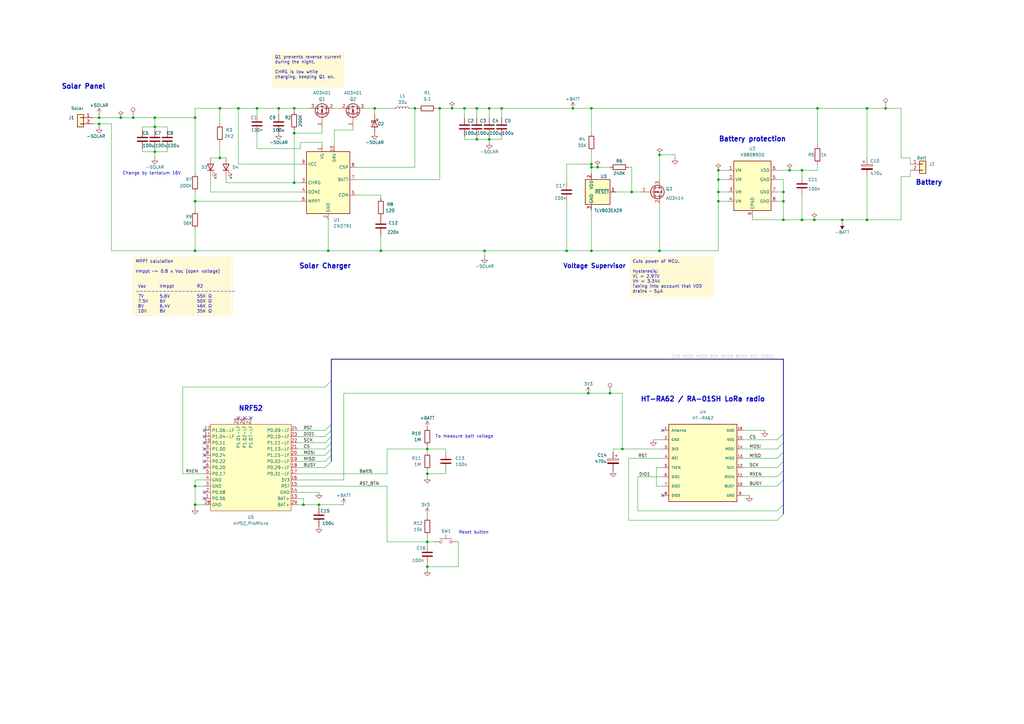
<source format=kicad_sch>
(kicad_sch (version 20250114) (generator "eeschema") (generator_version "9.0")
  (paper "A3")
  (title_block (title "MiniSolar Meshtastic Node") (date "2025-10-05") (rev "1.1"))
  (lib_symbols
    (symbol "000_victor:CN3791"
      (property "Reference" "U" (at -7.62 12.7 0))
      (property "Value" "CN3791" (at 7.62 12.7 0))
      (symbol "CN3791_1_1"
        (pin power_in line (at -11.43 6.35 0) (length 2.54) (name "VCC") (number "9"))
        (pin input line (at -11.43 -1.27 0) (length 2.54) (name "CHRG") (number "3"))
        (pin output line (at -11.43 -5.08 0) (length 2.54) (name "DONE") (number "4"))
        (pin input line (at -11.43 -8.89 0) (length 2.54) (name "MPPT") (number "6"))
        (pin output line (at -2.54 13.97 270) (length 2.54) (name "VG") (number "1"))
        (pin power_in line (at 0 -16.51 90) (length 2.54) (name "GND") (number "2"))
        (pin output line (at 2.54 13.97 270) (length 2.54) (name "DRV") (number "10"))
        (pin input line (at 11.43 5.08 180) (length 2.54) (name "CSP") (number "8"))
        (pin input line (at 11.43 0 180) (length 2.54) (name "BATT") (number "7"))
        (pin power_out line (at 11.43 -6.35 180) (length 2.54) (name "COM") (number "5"))
      )
    )
    (symbol "000_victor:HT-RA62" (pin_names (offset 1.016))
      (property "Reference" "U" (at -8.89 16.51 0))
      (property "Value" "HT-RA62" (at 1.27 16.51 0))
      (symbol "HT-RA62_1_0"
        (pin output line (at -16.51 12.7 0) (length 2.54) (name "Antenna") (number "1"))
        (pin power_in line (at -16.51 8.89 0) (length 2.54) (name "GND") (number "2"))
        (pin power_in line (at -16.51 5.08 0) (length 2.54) (name "3V3") (number "3"))
        (pin input line (at -16.51 1.27 0) (length 2.54) (name "RST") (number "4"))
        (pin input line (at -16.51 -2.54 0) (length 2.54) (name "TXEN") (number "5"))
        (pin bidirectional line (at -16.51 -6.35 0) (length 2.54) (name "DI01") (number "6"))
        (pin bidirectional line (at -16.51 -10.16 0) (length 2.54) (name "DI02") (number "7"))
        (pin bidirectional line (at -16.51 -13.97 0) (length 2.54) (name "DI03") (number "8"))
        (pin power_in line (at 16.51 12.7 180) (length 2.54) (name "GND") (number "16"))
        (pin bidirectional line (at 16.51 8.89 180) (length 2.54) (name "NSS") (number "15"))
        (pin bidirectional line (at 16.51 5.08 180) (length 2.54) (name "MOSI") (number "14"))
        (pin bidirectional line (at 16.51 1.27 180) (length 2.54) (name "MISO") (number "13"))
        (pin bidirectional line (at 16.51 -2.54 180) (length 2.54) (name "SCK") (number "12"))
        (pin input line (at 16.51 -6.35 180) (length 2.54) (name "RXEN") (number "11"))
        (pin bidirectional line (at 16.51 -10.16 180) (length 2.54) (name "BUSY") (number "10"))
        (pin power_in line (at 16.51 -13.97 180) (length 2.54) (name "GND") (number "9"))
      )
    )
    (symbol "000_victor:XB8089D0"
      (property "Reference" "U1" (at 0 15.24 0))
      (property "Value" "XB8089D0" (at 0 12.7 0))
      (symbol "XB8089D0_1_1"
        (pin power_in line (at -10.16 6.35 0) (length 2.54) (name "VDD") (number "6"))
        (pin power_in line (at -10.16 2.54 0) (length 2.54) (name "GND") (number "5"))
        (pin power_in line (at -10.16 -2.54 0) (length 2.54) (name "GND") (number "7"))
        (pin power_in line (at -10.16 -6.35 0) (length 2.54) (name "GND") (number "8"))
        (pin power_in line (at 0 -12.7 90) (length 2.54) (name "EPAD") (number "9"))
        (pin power_in line (at 10.16 6.35 180) (length 2.54) (name "VM") (number "1"))
        (pin power_in line (at 10.16 2.54 180) (length 2.54) (name "VM") (number "2"))
        (pin power_in line (at 10.16 -2.54 180) (length 2.54) (name "VM") (number "3"))
        (pin power_in line (at 10.16 -6.35 180) (length 2.54) (name "VM") (number "4"))
      )
    )
    (symbol "000_victor:nrf52_ProMicro" (in_bom no)
      (property "Reference" "U" (at 0 22.86 0))
      (property "Value" "nrf52_ProMicro" (at 0 20.32 0))
      (symbol "nrf52_ProMicro_0_0"
        (pin bidirectional line (at -19.05 13.97 0) (length 2.54) (name "P0.06") (number "1"))
        (pin bidirectional line (at -19.05 11.43 0) (length 2.54) (name "P0.08") (number "2"))
        (pin bidirectional line (at -19.05 3.81 0) (length 2.54) (name "P0.17") (number "5"))
        (pin bidirectional line (at -19.05 1.27 0) (length 2.54) (name "P0.20") (number "6"))
        (pin bidirectional line (at -19.05 -1.27 0) (length 2.54) (name "P0.22") (number "7"))
        (pin bidirectional line (at -19.05 -3.81 0) (length 2.54) (name "P0.24") (number "8"))
        (pin bidirectional line (at -19.05 -6.35 0) (length 2.54) (name "P1.00") (number "9"))
        (pin bidirectional line (at -19.05 -8.89 0) (length 2.54) (name "P0.11") (number "10"))
        (pin bidirectional line (at -19.05 -11.43 0) (length 2.54) (name "P1.04-LF") (number "11"))
        (pin bidirectional line (at -19.05 -13.97 0) (length 2.54) (name "P1.06-LF") (number "12"))
        (pin bidirectional line (at 19.05 8.89 180) (length 2.54) (name "RST") (number "15"))
        (pin bidirectional line (at 19.05 3.81 180) (length 2.54) (name "P0.31-LF") (number "17"))
        (pin bidirectional line (at 19.05 1.27 180) (length 2.54) (name "P0.29-LF") (number "18"))
        (pin bidirectional line (at 19.05 -1.27 180) (length 2.54) (name "P0.02-LF") (number "19"))
        (pin bidirectional line (at 19.05 -3.81 180) (length 2.54) (name "P1.15-LF") (number "20"))
        (pin bidirectional line (at 19.05 -6.35 180) (length 2.54) (name "P1.13-LF") (number "21"))
        (pin bidirectional line (at 19.05 -8.89 180) (length 2.54) (name "P1.11-LF") (number "22"))
        (pin bidirectional line (at 19.05 -13.97 180) (length 2.54) (name "P0.09-LF") (number "24"))
      )
      (symbol "nrf52_ProMicro_1_0"
        (pin power_in line (at -19.05 16.51 0) (length 2.54) (name "GND") (number "28"))
        (pin power_in line (at -19.05 8.89 0) (length 2.54) (name "GND") (number "3"))
        (pin power_in line (at -19.05 6.35 0) (length 2.54) (name "GND") (number "4"))
        (pin bidirectional line (at -5.08 -19.05 90) (length 2.54) (name "P1.01-LF") (number "25"))
        (pin bidirectional line (at -2.54 -19.05 90) (length 2.54) (name "P1.02-LF") (number "26"))
        (pin bidirectional line (at 0 -19.05 90) (length 2.54) (name "P1.07-LF") (number "27"))
        (pin power_in line (at 19.05 16.51 180) (length 2.54) (name "BAT+") (number "29"))
        (pin power_in line (at 19.05 13.97 180) (length 2.54) (name "BAT+") (number "13"))
        (pin power_in line (at 19.05 11.43 180) (length 2.54) (name "GND") (number "14"))
        (pin power_out line (at 19.05 6.35 180) (length 2.54) (name "3V3") (number "16"))
        (pin bidirectional line (at 19.05 -11.43 180) (length 2.54) (name "P0.10-LF") (number "23"))
      )
    )
    (symbol "Conn_01x02_1" (pin_names (offset 1.016) (hide yes))
      (property "Reference" "J" (at 0 2.54 0))
      (property "Value" "Conn_01x02" (at 0 -5.08 0))
      (symbol "Conn_01x02_1_1_1"
        (pin passive line (at -5.08 0 0) (length 3.81) (name "Pin_1") (number "1"))
        (pin passive line (at -5.08 -2.54 0) (length 3.81) (name "Pin_2") (number "2"))
      )
    )
    (symbol "Connector:TestPoint" (pin_numbers (hide yes)) (pin_names (offset 0.762) (hide yes))
      (property "Reference" "TP" (at 0 6.858 0))
      (property "Value" "TestPoint" (at 0 5.08 0))
      (symbol "TestPoint_1_1"
        (pin passive line (at 0 0 90) (length 2.54) (name "1") (number "1"))
      )
    )
    (symbol "Connector_Generic:Conn_01x02" (pin_names (offset 1.016) (hide yes))
      (property "Reference" "J" (at 0 2.54 0))
      (property "Value" "Conn_01x02" (at 0 -5.08 0))
      (symbol "Conn_01x02_1_1"
        (pin passive line (at -5.08 0 0) (length 3.81) (name "Pin_1") (number "1"))
        (pin passive line (at -5.08 -2.54 0) (length 3.81) (name "Pin_2") (number "2"))
      )
    )
    (symbol "Device:C" (pin_numbers (hide yes)) (pin_names (offset 0.254))
      (property "Reference" "C" (at 0.635 2.54 0))
      (property "Value" "C" (at 0.635 -2.54 0))
      (symbol "C_1_1"
        (pin passive line (at 0 3.81 270) (length 2.794) (name "~") (number "1"))
        (pin passive line (at 0 -3.81 90) (length 2.794) (name "~") (number "2"))
      )
    )
    (symbol "Device:C_Polarized" (pin_numbers (hide yes)) (pin_names (offset 0.254))
      (property "Reference" "C" (at 0.635 2.54 0))
      (property "Value" "C_Polarized" (at 0.635 -2.54 0))
      (symbol "C_Polarized_1_1"
        (pin passive line (at 0 3.81 270) (length 2.794) (name "~") (number "1"))
        (pin passive line (at 0 -3.81 90) (length 2.794) (name "~") (number "2"))
      )
    )
    (symbol "Device:D_Schottky" (pin_numbers (hide yes)) (pin_names (offset 1.016) (hide yes))
      (property "Reference" "D" (at 0 2.54 0))
      (property "Value" "D_Schottky" (at 0 -2.54 0))
      (symbol "D_Schottky_1_1"
        (pin passive line (at -3.81 0 0) (length 2.54) (name "K") (number "1"))
        (pin passive line (at 3.81 0 180) (length 2.54) (name "A") (number "2"))
      )
    )
    (symbol "Device:L" (pin_numbers (hide yes)) (pin_names (offset 1.016) (hide yes))
      (property "Reference" "L" (at -1.27 0 90))
      (property "Value" "L" (at 1.905 0 90))
      (symbol "L_1_1"
        (pin passive line (at 0 3.81 270) (length 1.27) (name "1") (number "1"))
        (pin passive line (at 0 -3.81 90) (length 1.27) (name "2") (number "2"))
      )
    )
    (symbol "Device:LED" (pin_numbers (hide yes)) (pin_names (offset 1.016) (hide yes))
      (property "Reference" "D" (at 0 2.54 0))
      (property "Value" "LED" (at 0 -2.54 0))
      (symbol "LED_1_1"
        (pin passive line (at -3.81 0 0) (length 2.54) (name "K") (number "1"))
        (pin passive line (at 3.81 0 180) (length 2.54) (name "A") (number "2"))
      )
    )
    (symbol "Device:R" (pin_numbers (hide yes)) (pin_names (offset 0))
      (property "Reference" "R" (at 2.032 0 90))
      (property "Value" "R" (at 0 0 90))
      (symbol "R_1_1"
        (pin passive line (at 0 3.81 270) (length 1.27) (name "~") (number "1"))
        (pin passive line (at 0 -3.81 90) (length 1.27) (name "~") (number "2"))
      )
    )
    (symbol "Power_Supervisor:TPS3839DBZ" (pin_names (offset 0.254))
      (property "Reference" "U3" (at 6.35 -7.62 0))
      (property "Value" "TLV803E" (at 8.89 6.35 0))
      (symbol "TPS3839DBZ_1_1"
        (pin power_in line (at 0 7.62 270) (length 2.54) (name "VDD") (number "2"))
        (pin power_in line (at 0 -7.62 90) (length 2.54) (name "GND") (number "3"))
        (pin output line (at 10.16 0 180) (length 2.54) (name "~{RESET}") (number "1"))
      )
    )
    (symbol "Q_PMOS_GSD_1" (pin_names (offset 0) (hide yes))
      (property "Reference" "Q" (at 5.08 1.905 0))
      (property "Value" "Q_PMOS_GSD" (at 5.08 0 0))
      (symbol "Q_PMOS_GSD_1_1_1"
        (pin input line (at -5.08 0 0) (length 2.54) (name "G") (number "1"))
        (pin passive line (at 2.54 5.08 270) (length 2.54) (name "D") (number "3"))
        (pin passive line (at 2.54 -5.08 90) (length 2.54) (name "S") (number "2"))
      )
    )
    (symbol "Switch:SW_Push" (pin_numbers (hide yes)) (pin_names (offset 1.016) (hide yes))
      (property "Reference" "SW" (at 1.27 2.54 0))
      (property "Value" "SW_Push" (at 0 -1.524 0))
      (symbol "SW_Push_0_1"
        (pin passive line (at -5.08 0 0) (length 2.54) (name "1") (number "1"))
        (pin passive line (at 5.08 0 180) (length 2.54) (name "2") (number "2"))
      )
    )
    (symbol "Transistor_FET:Q_NMOS_GSD" (pin_names (offset 0) (hide yes))
      (property "Reference" "Q" (at 5.08 1.905 0))
      (property "Value" "Q_NMOS_GSD" (at 5.08 0 0))
      (symbol "Q_NMOS_GSD_1_1"
        (pin input line (at -5.08 0 0) (length 2.54) (name "G") (number "1"))
        (pin passive line (at 2.54 5.08 270) (length 2.54) (name "D") (number "3"))
        (pin passive line (at 2.54 -5.08 90) (length 2.54) (name "S") (number "2"))
      )
    )
    (symbol "Transistor_FET:Q_PMOS_GSD" (pin_names (offset 0) (hide yes))
      (property "Reference" "Q" (at 5.08 1.905 0))
      (property "Value" "Q_PMOS_GSD" (at 5.08 0 0))
      (symbol "Q_PMOS_GSD_1_1"
        (pin input line (at -5.08 0 0) (length 2.54) (name "G") (number "1"))
        (pin passive line (at 2.54 5.08 270) (length 2.54) (name "D") (number "3"))
        (pin passive line (at 2.54 -5.08 90) (length 2.54) (name "S") (number "2"))
      )
    )
    (symbol "power:+3.3V" (power) (pin_numbers (hide yes)) (pin_names (offset 0) (hide yes))
      (property "Value" "+3.3V" (at 0 3.556 0))
      (symbol "+3.3V_1_1"
        (pin power_in line (at 0 0 90) (length 0) (name "~") (number "1"))
      )
    )
    (symbol "power:+BATT" (power) (pin_numbers (hide yes)) (pin_names (offset 0) (hide yes))
      (property "Value" "+BATT" (at 0 3.556 0))
      (symbol "+BATT_1_1"
        (pin power_in line (at 0 0 90) (length 0) (name "~") (number "1"))
      )
    )
    (symbol "power:-BATT" (power) (pin_numbers (hide yes)) (pin_names (offset 0) (hide yes))
      (property "Value" "-BATT" (at 0 3.556 0))
      (symbol "-BATT_1_1"
        (pin power_in line (at 0 0 90) (length 0) (name "~") (number "1"))
      )
    )
    (symbol "power:GND" (power) (pin_numbers (hide yes)) (pin_names (offset 0) (hide yes))
      (property "Value" "GND" (at 0 -3.81 0))
      (symbol "GND_1_1"
        (pin power_in line (at 0 0 270) (length 0) (name "~") (number "1"))
      )
    )
    (symbol "power:GND2" (power) (pin_numbers (hide yes)) (pin_names (offset 0) (hide yes))
      (property "Value" "GND2" (at 0 -3.81 0))
      (symbol "GND2_1_1"
        (pin power_in line (at 0 0 270) (length 0) (name "~") (number "1"))
      )
    )
    (symbol "power:PWR_FLAG" (power) (pin_numbers (hide yes)) (pin_names (offset 0) (hide yes))
      (property "Value" "PWR_FLAG" (at 0 3.81 0))
      (symbol "PWR_FLAG_0_0"
        (pin power_out line (at 0 0 90) (length 0) (name "~") (number "1"))
      )
    )
  )
  (text "HT-RA62 / RA-01SH LoRa radio" (at 288.29 163.83 0) (effects (font (size 2 2) (thickness 0.4) (bold yes))))
  (text "Voltage Supervisor" (at 243.84 109.22 0) (effects (font (size 1.8 1.8) (thickness 0.36) (bold yes))))
  (text "Solar Charger" (at 133.35 109.22 0) (effects (font (size 2 2) (thickness 0.4) (bold yes))))
  (text "NRF52" (at 102.87 167.64 0) (effects (font (size 2 2) (thickness 0.4) (bold yes))))
  (text "Battery protection" (at 308.61 57.15 0) (effects (font (size 2 2) (thickness 0.4) (bold yes))))
  (text "To measure batt voltage" (at 190.5 179.07 0) (effects (font (size 1.27 1.27))))
  (text "Battery" (at 381 74.93 0) (effects (font (size 2 2) (thickness 0.4) (bold yes))))
  (text "Solar Panel" (at 34.29 35.56 0) (effects (font (size 2 2) (thickness 0.4) (bold yes))))
  (text "Change by tantalum 16V" (at 62.23 71.12 0) (effects (font (size 1.27 1.27))))
  (text "Reset button\n" (at 194.31 218.44 0) (effects (font (size 1.27 1.27))))
  (text_box "Q1 prevents reverse current during the night.\n\nCHRG is low while charging, keeping Q1 on." (at 111.76 21.59 0) (size 29.21 13.97) (margins 0.9525 0.9525 0.9525 0.9525) (stroke (width 0) (color 255 229 191 1)) (fill (type color) (color 255 249 214 1)) (effects (font (size 1.27 1.27)) (justify left top)))
  (text_box "Cuts power of MCU.\n\nHysteresis:\nVL = 2.97V\nVH = 3.34V  \nTaking into account that VDD drains ~ 5µA" (at 258.445 105.41 0) (size 34.29 16.51) (margins 0.9525 0.9525 0.9525 0.9525) (stroke (width 0) (color 255 229 191 1)) (fill (type color) (color 255 249 214 1)) (effects (font (size 1.27 1.27)) (justify left top)))
  (text_box "MPPT calulation\n\nVmppt ~= 0.8 x Voc (open voltage)\n\n\n Voc   	Vmppt		R2\n--------------------------\n 7V		5.6V		55K Ω\n 7.5V	6V			50K Ω\n 8V		6.4V		46K Ω\n 10V	8V			35K Ω" (at 54.61 105.41 0) (size 40.64 24.13) (margins 0.9525 0.9525 0.9525 0.9525) (stroke (width 0) (color 255 229 191 1)) (fill (type color) (color 255 249 214 1)) (effects (font (size 1.27 1.27)) (justify left top)))
  (junction (at 242.57 102.87))
  (junction (at 200.66 44.45))
  (junction (at 80.01 199.39))
  (junction (at 54.61 48.26))
  (junction (at 120.65 54.61))
  (junction (at 328.93 69.85))
  (junction (at 241.3 161.29))
  (junction (at 190.5 44.45))
  (junction (at 270.51 63.5))
  (junction (at 270.51 102.87))
  (junction (at 328.93 90.17))
  (junction (at 130.81 207.01))
  (junction (at 175.26 232.41))
  (junction (at 294.64 82.55))
  (junction (at 153.67 44.45))
  (junction (at 323.85 69.85))
  (junction (at 175.26 222.25))
  (junction (at 90.17 44.45))
  (junction (at 114.3 44.45))
  (junction (at 120.65 44.45))
  (junction (at 250.19 161.29))
  (junction (at 97.79 44.45))
  (junction (at 232.41 102.87))
  (junction (at 195.58 44.45))
  (junction (at 80.01 207.01))
  (junction (at 321.31 90.17))
  (junction (at 242.57 68.58))
  (junction (at 156.21 102.87))
  (junction (at 321.31 82.55))
  (junction (at 245.11 68.58))
  (junction (at 63.5 48.26))
  (junction (at 234.95 44.45))
  (junction (at 175.26 184.15))
  (junction (at 198.755 102.87))
  (junction (at 105.41 44.45))
  (junction (at 80.01 82.55))
  (junction (at 259.08 78.74))
  (junction (at 294.64 69.85))
  (junction (at 180.34 44.45))
  (junction (at 120.65 74.93))
  (junction (at 255.27 184.15))
  (junction (at 40.64 50.8))
  (junction (at 49.53 48.26))
  (junction (at 345.44 90.17))
  (junction (at 242.57 67.31))
  (junction (at 205.74 44.45))
  (junction (at 185.42 44.45))
  (junction (at 80.01 102.87))
  (junction (at 200.66 57.15))
  (junction (at 90.17 64.77))
  (junction (at 294.64 73.66))
  (junction (at 363.22 44.45))
  (junction (at 170.18 44.45))
  (junction (at 335.28 44.45))
  (junction (at 80.01 48.26))
  (junction (at 294.64 78.74))
  (junction (at 195.58 57.15))
  (junction (at 321.31 78.74))
  (junction (at 124.46 207.01))
  (junction (at 355.6 90.17))
  (junction (at 334.01 90.17))
  (junction (at 134.62 102.87))
  (junction (at 63.5 62.23))
  (junction (at 242.57 44.45))
  (junction (at 355.6 44.45))
  (junction (at 175.26 194.31))
  (junction (at 63.5 52.07))
  (junction (at 40.64 48.26))
  (no_connect (at 83.82 181.61))
  (no_connect (at 83.82 201.93))
  (no_connect (at 271.78 203.2))
  (no_connect (at 83.82 204.47))
  (no_connect (at 83.82 189.23))
  (no_connect (at 83.82 179.07))
  (no_connect (at 83.82 184.15))
  (no_connect (at 83.82 176.53))
  (no_connect (at 83.82 186.69))
  (no_connect (at 83.82 191.77))
  (no_connect (at 102.87 171.45))
  (no_connect (at 271.78 176.53))
  (no_connect (at 100.33 171.45))
  (no_connect (at 97.79 171.45))
  (bus_entry (at 321.31 210.82) (size -2.54 2.54))
  (bus_entry (at 321.31 181.61) (size -2.54 2.54))
  (bus_entry (at 135.89 189.23) (size -2.54 2.54))
  (bus_entry (at 135.89 173.99) (size -2.54 2.54))
  (bus_entry (at 135.89 156.21) (size -2.54 2.54))
  (bus_entry (at 321.31 185.42) (size -2.54 2.54))
  (bus_entry (at 135.89 186.69) (size -2.54 2.54))
  (bus_entry (at 321.31 196.85) (size -2.54 2.54))
  (bus_entry (at 135.89 179.07) (size -2.54 2.54))
  (bus_entry (at 135.89 176.53) (size -2.54 2.54))
  (bus_entry (at 135.89 184.15) (size -2.54 2.54))
  (bus_entry (at 321.31 193.04) (size -2.54 2.54))
  (bus_entry (at 321.31 177.8) (size -2.54 2.54))
  (bus_entry (at 321.31 189.23) (size -2.54 2.54))
  (bus_entry (at 135.89 181.61) (size -2.54 2.54))
  (bus_entry (at 321.31 207.01) (size -2.54 2.54))
  (wire (pts (xy 121.92 181.61) (xy 133.35 181.61)))
  (wire (pts (xy 90.17 64.77) (xy 92.71 64.77)))
  (wire (pts (xy 40.64 46.99) (xy 40.64 48.26)))
  (wire (pts (xy 242.57 86.36) (xy 242.57 102.87)))
  (bus (pts (xy 321.31 193.04) (xy 321.31 196.85)))
  (wire (pts (xy 298.45 82.55) (xy 294.64 82.55)))
  (wire (pts (xy 133.35 158.75) (xy 74.93 158.75)))
  (wire (pts (xy 92.71 74.93) (xy 120.65 74.93)))
  (wire (pts (xy 68.58 62.23) (xy 68.58 60.96)))
  (wire (pts (xy 83.82 196.85) (xy 80.01 196.85)))
  (wire (pts (xy 180.34 44.45) (xy 179.07 44.45)))
  (bus (pts (xy 135.89 179.07) (xy 135.89 181.61)))
  (wire (pts (xy 261.62 209.55) (xy 261.62 195.58)))
  (wire (pts (xy 185.42 44.45) (xy 190.5 44.45)))
  (wire (pts (xy 355.6 72.39) (xy 355.6 90.17)))
  (wire (pts (xy 120.65 54.61) (xy 132.08 54.61)))
  (wire (pts (xy 120.65 44.45) (xy 120.65 45.72)))
  (wire (pts (xy 270.51 73.66) (xy 270.51 63.5)))
  (wire (pts (xy 363.22 44.45) (xy 369.57 44.45)))
  (wire (pts (xy 304.8 199.39) (xy 318.77 199.39)))
  (wire (pts (xy 121.92 176.53) (xy 133.35 176.53)))
  (wire (pts (xy 269.24 199.39) (xy 269.24 191.77)))
  (wire (pts (xy 251.46 184.15) (xy 255.27 184.15)))
  (wire (pts (xy 321.31 82.55) (xy 321.31 90.17)))
  (wire (pts (xy 121.92 207.01) (xy 124.46 207.01)))
  (wire (pts (xy 63.5 53.34) (xy 63.5 52.07)))
  (wire (pts (xy 49.53 48.26) (xy 54.61 48.26)))
  (wire (pts (xy 345.44 91.44) (xy 345.44 90.17)))
  (wire (pts (xy 80.01 199.39) (xy 83.82 199.39)))
  (bus (pts (xy 321.31 207.01) (xy 321.31 210.82)))
  (wire (pts (xy 276.86 63.5) (xy 276.86 64.77)))
  (wire (pts (xy 321.31 90.17) (xy 308.61 90.17)))
  (wire (pts (xy 187.96 222.25) (xy 187.96 232.41)))
  (wire (pts (xy 175.26 222.25) (xy 175.26 223.52)))
  (wire (pts (xy 158.75 222.25) (xy 158.75 199.39)))
  (wire (pts (xy 124.46 204.47) (xy 124.46 207.01)))
  (wire (pts (xy 252.73 78.74) (xy 259.08 78.74)))
  (wire (pts (xy 170.18 44.45) (xy 171.45 44.45)))
  (wire (pts (xy 114.3 44.45) (xy 120.65 44.45)))
  (wire (pts (xy 156.21 81.28) (xy 156.21 80.01)))
  (wire (pts (xy 58.42 52.07) (xy 63.5 52.07)))
  (wire (pts (xy 205.74 57.15) (xy 200.66 57.15)))
  (wire (pts (xy 198.755 102.87) (xy 232.41 102.87)))
  (wire (pts (xy 294.64 73.66) (xy 294.64 78.74)))
  (wire (pts (xy 58.42 62.23) (xy 63.5 62.23)))
  (wire (pts (xy 304.8 195.58) (xy 318.77 195.58)))
  (wire (pts (xy 121.92 184.15) (xy 133.35 184.15)))
  (wire (pts (xy 121.92 179.07) (xy 133.35 179.07)))
  (wire (pts (xy 241.3 161.29) (xy 250.19 161.29)))
  (wire (pts (xy 190.5 57.15) (xy 195.58 57.15)))
  (wire (pts (xy 170.18 68.58) (xy 170.18 44.45)))
  (wire (pts (xy 323.85 69.85) (xy 328.93 69.85)))
  (wire (pts (xy 105.41 44.45) (xy 114.3 44.45)))
  (wire (pts (xy 58.42 62.23) (xy 58.42 60.96)))
  (wire (pts (xy 175.26 194.31) (xy 182.88 194.31)))
  (wire (pts (xy 158.75 194.31) (xy 158.75 184.15)))
  (wire (pts (xy 321.31 73.66) (xy 318.77 73.66)))
  (wire (pts (xy 328.93 90.17) (xy 334.01 90.17)))
  (wire (pts (xy 175.26 184.15) (xy 158.75 184.15)))
  (wire (pts (xy 80.01 93.98) (xy 80.01 102.87)))
  (bus (pts (xy 321.31 147.32) (xy 321.31 177.8)))
  (wire (pts (xy 234.95 44.45) (xy 242.57 44.45)))
  (wire (pts (xy 318.77 69.85) (xy 323.85 69.85)))
  (wire (pts (xy 180.34 44.45) (xy 180.34 73.66)))
  (wire (pts (xy 250.19 161.29) (xy 255.27 161.29)))
  (wire (pts (xy 140.97 161.29) (xy 140.97 196.85)))
  (bus (pts (xy 321.31 185.42) (xy 321.31 189.23)))
  (wire (pts (xy 105.41 44.45) (xy 105.41 46.99)))
  (wire (pts (xy 175.26 212.09) (xy 175.26 210.82)))
  (wire (pts (xy 259.08 68.58) (xy 259.08 78.74)))
  (wire (pts (xy 328.93 80.01) (xy 328.93 90.17)))
  (wire (pts (xy 132.08 59.69) (xy 132.08 58.42)))
  (wire (pts (xy 105.41 54.61) (xy 105.41 60.96)))
  (wire (pts (xy 144.78 52.07) (xy 144.78 53.34)))
  (wire (pts (xy 245.11 68.58) (xy 250.19 68.58)))
  (wire (pts (xy 121.92 194.31) (xy 158.75 194.31)))
  (wire (pts (xy 120.65 74.93) (xy 123.19 74.93)))
  (wire (pts (xy 130.81 201.93) (xy 121.92 201.93)))
  (wire (pts (xy 175.26 184.15) (xy 175.26 182.88)))
  (wire (pts (xy 120.65 44.45) (xy 127 44.45)))
  (wire (pts (xy 369.57 64.77) (xy 373.38 64.77)))
  (wire (pts (xy 86.36 64.77) (xy 90.17 64.77)))
  (wire (pts (xy 321.31 82.55) (xy 318.77 82.55)))
  (wire (pts (xy 318.77 213.36) (xy 257.81 213.36)))
  (wire (pts (xy 80.01 199.39) (xy 80.01 207.01)))
  (wire (pts (xy 200.66 58.42) (xy 200.66 57.15)))
  (wire (pts (xy 175.26 232.41) (xy 175.26 233.68)))
  (wire (pts (xy 232.41 74.93) (xy 232.41 67.31)))
  (wire (pts (xy 328.93 69.85) (xy 335.28 69.85)))
  (wire (pts (xy 232.41 102.87) (xy 242.57 102.87)))
  (wire (pts (xy 40.64 52.07) (xy 40.64 50.8)))
  (wire (pts (xy 328.93 69.85) (xy 328.93 72.39)))
  (wire (pts (xy 190.5 55.88) (xy 190.5 57.15)))
  (wire (pts (xy 257.81 213.36) (xy 257.81 187.96)))
  (wire (pts (xy 86.36 78.74) (xy 123.19 78.74)))
  (wire (pts (xy 137.16 53.34) (xy 137.16 59.69)))
  (wire (pts (xy 74.93 158.75) (xy 74.93 194.31)))
  (wire (pts (xy 121.92 189.23) (xy 133.35 189.23)))
  (wire (pts (xy 54.61 48.26) (xy 63.5 48.26)))
  (bus (pts (xy 135.89 156.21) (xy 135.89 173.99)))
  (wire (pts (xy 121.92 186.69) (xy 133.35 186.69)))
  (wire (pts (xy 146.05 73.66) (xy 180.34 73.66)))
  (wire (pts (xy 80.01 196.85) (xy 80.01 199.39)))
  (wire (pts (xy 345.44 90.17) (xy 355.6 90.17)))
  (wire (pts (xy 86.36 72.39) (xy 86.36 78.74)))
  (wire (pts (xy 168.91 44.45) (xy 170.18 44.45)))
  (wire (pts (xy 132.08 52.07) (xy 132.08 54.61)))
  (wire (pts (xy 232.41 67.31) (xy 242.57 67.31)))
  (wire (pts (xy 144.78 53.34) (xy 137.16 53.34)))
  (wire (pts (xy 242.57 102.87) (xy 270.51 102.87)))
  (wire (pts (xy 63.5 48.26) (xy 80.01 48.26)))
  (wire (pts (xy 261.62 195.58) (xy 271.78 195.58)))
  (bus (pts (xy 135.89 184.15) (xy 135.89 186.69)))
  (wire (pts (xy 130.81 207.01) (xy 140.97 207.01)))
  (wire (pts (xy 97.79 44.45) (xy 97.79 67.31)))
  (wire (pts (xy 318.77 209.55) (xy 261.62 209.55)))
  (wire (pts (xy 198.755 102.87) (xy 198.755 105.41)))
  (wire (pts (xy 313.69 176.53) (xy 304.8 176.53)))
  (wire (pts (xy 90.17 58.42) (xy 90.17 64.77)))
  (wire (pts (xy 298.45 78.74) (xy 294.64 78.74)))
  (wire (pts (xy 175.26 185.42) (xy 175.26 184.15)))
  (wire (pts (xy 307.34 203.2) (xy 304.8 203.2)))
  (wire (pts (xy 205.74 44.45) (xy 205.74 48.26)))
  (wire (pts (xy 304.8 184.15) (xy 318.77 184.15)))
  (wire (pts (xy 120.65 53.34) (xy 120.65 54.61)))
  (wire (pts (xy 242.57 68.58) (xy 242.57 71.12)))
  (wire (pts (xy 270.51 102.87) (xy 294.64 102.87)))
  (wire (pts (xy 156.21 96.52) (xy 156.21 102.87)))
  (wire (pts (xy 45.72 50.8) (xy 45.72 102.87)))
  (wire (pts (xy 271.78 199.39) (xy 269.24 199.39)))
  (wire (pts (xy 294.64 78.74) (xy 294.64 82.55)))
  (wire (pts (xy 63.5 52.07) (xy 68.58 52.07)))
  (wire (pts (xy 90.17 44.45) (xy 90.17 50.8)))
  (wire (pts (xy 105.41 60.96) (xy 123.19 60.96)))
  (wire (pts (xy 335.28 67.31) (xy 335.28 69.85)))
  (wire (pts (xy 92.71 72.39) (xy 92.71 74.93)))
  (wire (pts (xy 242.57 67.31) (xy 242.57 68.58)))
  (wire (pts (xy 294.64 82.55) (xy 294.64 102.87)))
  (wire (pts (xy 40.64 48.26) (xy 49.53 48.26)))
  (bus (pts (xy 321.31 189.23) (xy 321.31 193.04)))
  (wire (pts (xy 175.26 222.25) (xy 158.75 222.25)))
  (wire (pts (xy 80.01 44.45) (xy 80.01 48.26)))
  (wire (pts (xy 175.26 231.14) (xy 175.26 232.41)))
  (wire (pts (xy 182.88 193.04) (xy 182.88 194.31)))
  (wire (pts (xy 373.38 72.39) (xy 373.38 69.85)))
  (bus (pts (xy 321.31 177.8) (xy 321.31 181.61)))
  (wire (pts (xy 182.88 184.15) (xy 182.88 185.42)))
  (wire (pts (xy 257.81 187.96) (xy 271.78 187.96)))
  (bus (pts (xy 135.89 156.21) (xy 135.89 147.32)))
  (wire (pts (xy 259.08 68.58) (xy 257.81 68.58)))
  (wire (pts (xy 304.8 187.96) (xy 318.77 187.96)))
  (wire (pts (xy 304.8 191.77) (xy 318.77 191.77)))
  (wire (pts (xy 232.41 82.55) (xy 232.41 102.87)))
  (wire (pts (xy 373.38 64.77) (xy 373.38 67.31)))
  (wire (pts (xy 74.93 194.31) (xy 83.82 194.31)))
  (wire (pts (xy 175.26 184.15) (xy 182.88 184.15)))
  (wire (pts (xy 153.67 44.45) (xy 161.29 44.45)))
  (wire (pts (xy 242.57 44.45) (xy 335.28 44.45)))
  (wire (pts (xy 121.92 204.47) (xy 124.46 204.47)))
  (wire (pts (xy 200.66 57.15) (xy 200.66 55.88)))
  (wire (pts (xy 121.92 191.77) (xy 133.35 191.77)))
  (wire (pts (xy 40.64 50.8) (xy 45.72 50.8)))
  (wire (pts (xy 355.6 44.45) (xy 363.22 44.45)))
  (wire (pts (xy 80.01 82.55) (xy 80.01 86.36)))
  (wire (pts (xy 355.6 90.17) (xy 369.57 90.17)))
  (wire (pts (xy 120.65 54.61) (xy 120.65 74.93)))
  (wire (pts (xy 38.1 50.8) (xy 40.64 50.8)))
  (wire (pts (xy 80.01 102.87) (xy 134.62 102.87)))
  (bus (pts (xy 321.31 196.85) (xy 321.31 207.01)))
  (wire (pts (xy 355.6 44.45) (xy 355.6 64.77)))
  (wire (pts (xy 195.58 44.45) (xy 195.58 48.26)))
  (wire (pts (xy 80.01 78.74) (xy 80.01 82.55)))
  (wire (pts (xy 335.28 44.45) (xy 355.6 44.45)))
  (wire (pts (xy 190.5 44.45) (xy 195.58 44.45)))
  (wire (pts (xy 114.3 44.45) (xy 114.3 46.99)))
  (wire (pts (xy 97.79 44.45) (xy 105.41 44.45)))
  (wire (pts (xy 369.57 90.17) (xy 369.57 72.39)))
  (wire (pts (xy 242.57 44.45) (xy 242.57 54.61)))
  (wire (pts (xy 195.58 44.45) (xy 200.66 44.45)))
  (wire (pts (xy 270.51 63.5) (xy 276.86 63.5)))
  (wire (pts (xy 140.97 196.85) (xy 121.92 196.85)))
  (bus (pts (xy 135.89 181.61) (xy 135.89 184.15)))
  (bus (pts (xy 135.89 176.53) (xy 135.89 179.07)))
  (wire (pts (xy 269.24 191.77) (xy 271.78 191.77)))
  (wire (pts (xy 38.1 48.26) (xy 40.64 48.26)))
  (wire (pts (xy 304.8 180.34) (xy 318.77 180.34)))
  (wire (pts (xy 153.67 44.45) (xy 153.67 46.99)))
  (wire (pts (xy 68.58 53.34) (xy 68.58 52.07)))
  (wire (pts (xy 321.31 90.17) (xy 328.93 90.17)))
  (wire (pts (xy 321.31 73.66) (xy 321.31 78.74)))
  (wire (pts (xy 267.97 180.34) (xy 271.78 180.34)))
  (wire (pts (xy 175.26 193.04) (xy 175.26 194.31)))
  (wire (pts (xy 134.62 90.17) (xy 134.62 102.87)))
  (wire (pts (xy 270.51 83.82) (xy 270.51 102.87)))
  (wire (pts (xy 97.79 67.31) (xy 123.19 67.31)))
  (wire (pts (xy 175.26 194.31) (xy 175.26 195.58)))
  (wire (pts (xy 180.34 44.45) (xy 185.42 44.45)))
  (wire (pts (xy 149.86 44.45) (xy 153.67 44.45)))
  (bus (pts (xy 135.89 173.99) (xy 135.89 176.53)))
  (wire (pts (xy 63.5 52.07) (xy 63.5 48.26)))
  (wire (pts (xy 242.57 62.23) (xy 242.57 67.31)))
  (wire (pts (xy 146.05 68.58) (xy 170.18 68.58)))
  (wire (pts (xy 321.31 78.74) (xy 321.31 82.55)))
  (wire (pts (xy 80.01 82.55) (xy 123.19 82.55)))
  (wire (pts (xy 200.66 44.45) (xy 200.66 48.26)))
  (wire (pts (xy 156.21 102.87) (xy 134.62 102.87)))
  (wire (pts (xy 58.42 52.07) (xy 58.42 53.34)))
  (wire (pts (xy 334.01 90.17) (xy 345.44 90.17)))
  (wire (pts (xy 90.17 44.45) (xy 97.79 44.45)))
  (wire (pts (xy 308.61 90.17) (xy 308.61 88.9)))
  (wire (pts (xy 298.45 69.85) (xy 294.64 69.85)))
  (wire (pts (xy 140.97 161.29) (xy 241.3 161.29)))
  (wire (pts (xy 121.92 199.39) (xy 158.75 199.39)))
  (wire (pts (xy 45.72 102.87) (xy 80.01 102.87)))
  (wire (pts (xy 200.66 44.45) (xy 205.74 44.45)))
  (wire (pts (xy 251.46 185.42) (xy 251.46 184.15)))
  (wire (pts (xy 298.45 73.66) (xy 294.64 73.66)))
  (wire (pts (xy 255.27 184.15) (xy 271.78 184.15)))
  (wire (pts (xy 369.57 72.39) (xy 373.38 72.39)))
  (wire (pts (xy 205.74 55.88) (xy 205.74 57.15)))
  (bus (pts (xy 321.31 181.61) (xy 321.31 185.42)))
  (wire (pts (xy 146.05 80.01) (xy 156.21 80.01)))
  (wire (pts (xy 190.5 44.45) (xy 190.5 48.26)))
  (wire (pts (xy 83.82 207.01) (xy 80.01 207.01)))
  (wire (pts (xy 242.57 68.58) (xy 245.11 68.58)))
  (wire (pts (xy 123.19 60.96) (xy 123.19 58.42)))
  (wire (pts (xy 80.01 208.28) (xy 80.01 207.01)))
  (wire (pts (xy 175.26 219.71) (xy 175.26 222.25)))
  (wire (pts (xy 335.28 44.45) (xy 335.28 59.69)))
  (wire (pts (xy 123.19 58.42) (xy 132.08 58.42)))
  (wire (pts (xy 294.64 69.85) (xy 294.64 73.66)))
  (bus (pts (xy 135.89 147.32) (xy 321.31 147.32)))
  (wire (pts (xy 177.8 222.25) (xy 175.26 222.25)))
  (wire (pts (xy 63.5 62.23) (xy 63.5 60.96)))
  (wire (pts (xy 80.01 44.45) (xy 90.17 44.45)))
  (wire (pts (xy 130.81 207.01) (xy 130.81 208.28)))
  (wire (pts (xy 63.5 64.77) (xy 63.5 62.23)))
  (wire (pts (xy 205.74 44.45) (xy 234.95 44.45)))
  (wire (pts (xy 259.08 78.74) (xy 262.89 78.74)))
  (wire (pts (xy 195.58 55.88) (xy 195.58 57.15)))
  (wire (pts (xy 321.31 78.74) (xy 318.77 78.74)))
  (wire (pts (xy 63.5 62.23) (xy 68.58 62.23)))
  (wire (pts (xy 137.16 44.45) (xy 139.7 44.45)))
  (wire (pts (xy 80.01 48.26) (xy 80.01 71.12)))
  (wire (pts (xy 369.57 64.77) (xy 369.57 44.45)))
  (wire (pts (xy 198.755 102.87) (xy 156.21 102.87)))
  (wire (pts (xy 255.27 161.29) (xy 255.27 184.15)))
  (wire (pts (xy 187.96 232.41) (xy 175.26 232.41)))
  (bus (pts (xy 135.89 186.69) (xy 135.89 189.23)))
  (wire (pts (xy 195.58 57.15) (xy 200.66 57.15)))
  (wire (pts (xy 124.46 207.01) (xy 130.81 207.01)))
  (label "SCK" (at 307.34 191.77 0))
  (label "RST" (at 265.43 187.96 180))
  (label "Batt%" (at 147.32 194.31 0))
  (label "DIO1" (at 266.7 195.58 180))
  (label "DIO1" (at 124.46 179.07 0))
  (label "RXEN" (at 81.28 194.31 180))
  (label "{CS MOSI MISO SCK RXEN BUSY RST DIO1}" (at 275.59 147.32 0))
  (label "CS" (at 307.34 180.34 0))
  (label "BUSY" (at 307.34 199.39 0))
  (label "CS" (at 124.46 184.15 0))
  (label "RXEN" (at 307.34 195.58 0))
  (label "MISO" (at 124.46 189.23 0))
  (label "SCK" (at 124.46 181.61 0))
  (label "RST_BTN" (at 147.32 199.39 0))
  (label "MISO" (at 307.34 187.96 0))
  (label "BUSY" (at 124.46 191.77 0))
  (label "MOSI" (at 307.34 184.15 0))
  (label "MOSI" (at 124.46 186.69 0))
  (label "RST" (at 124.46 176.53 0))
  (symbol (lib_id "Device:C_Polarized") (at 251.46 189.23 0) (mirror y) (unit 1)
    (property "Reference" "C14" (at 248.92 186.69 0) (effects (justify left)))
    (property "Value" "470u" (at 248.92 189.23 0) (effects (justify left)))
    (property "Footprint" "Capacitor_Tantalum_SMD:CP_EIA-7343-43_Kemet-X_HandSolder" (effects (hide yes)))
    (property "Description" "Polarized capacitor" (effects (hide yes)))
  )
  (symbol (lib_id "power:GND") (at 175.26 195.58 0) (unit 1)
    (property "Reference" "#PWR014" (effects (hide yes)))
    (property "Value" "GND" (effects (hide yes)))
    (property "Description" "Power symbol creates a global label with name \"GND\" , ground" (effects (hide yes)))
  )
  (symbol (lib_id "Device:R") (at 335.28 63.5 0) (mirror y) (unit 1)
    (property "Reference" "R5" (at 332.74 63.5 0))
    (property "Value" "1k" (at 337.82 63.5 0))
    (property "Footprint" "Resistor_SMD:R_0805_2012Metric" (effects (hide yes)))
    (property "Description" "Resistor" (effects (hide yes)))
  )
  (symbol (lib_name "Q_PMOS_GSD_1") (lib_id "Transistor_FET:Q_PMOS_GSD") (at 144.78 46.99 270) (mirror x) (unit 1)
    (property "Reference" "Q2" (at 144.78 40.64 90))
    (property "Value" "AO3401" (at 144.78 38.1 90))
    (property "Footprint" "Package_TO_SOT_SMD:TSOT-23" (effects (hide yes)))
    (property "Description" "P-MOSFET transistor, gate/source/drain" (effects (hide yes)))
  )
  (symbol (lib_id "power:+BATT") (at 140.97 207.01 0) (unit 1)
    (property "Reference" "#PWR019" (effects (hide yes)))
    (property "Value" "+BATT" (at 140.97 203.2 0))
    (property "Description" "Power symbol creates a global label with name \"+BATT\"" (effects (hide yes)))
  )
  (symbol (lib_id "Device:C") (at 156.21 92.71 0) (unit 1)
    (property "Reference" "C12" (at 161.29 91.44 0))
    (property "Value" "220n" (at 161.29 95.25 0))
    (property "Footprint" "Capacitor_SMD:C_0805_2012Metric" (effects (hide yes)))
    (property "Description" "Unpolarized capacitor" (effects (hide yes)))
  )
  (symbol (lib_id "000_victor:HT-RA62") (at 288.29 189.23 0) (unit 1)
    (property "Reference" "U4" (at 288.29 168.91 0))
    (property "Value" "HT-RA62" (at 288.29 171.45 0))
    (property "Footprint" "000_victor:HT-RA62" (effects (hide yes)))
  )
  (symbol (lib_id "power:PWR_FLAG") (at 245.11 68.58 0) (mirror y) (unit 1)
    (property "Reference" "#FLG04" (effects (hide yes)))
    (property "Value" "PWR_FLAG" (effects (hide yes)))
    (property "Description" "Special symbol for telling ERC where power comes from" (effects (hide yes)))
  )
  (symbol (lib_id "Device:C") (at 175.26 227.33 0) (unit 1)
    (property "Reference" "C16" (at 172.72 224.79 0))
    (property "Value" "100n" (at 171.45 229.87 0))
    (property "Footprint" "Capacitor_SMD:C_0805_2012Metric" (effects (hide yes)))
    (property "Description" "Unpolarized capacitor" (effects (hide yes)))
  )
  (symbol (lib_id "Device:C_Polarized") (at 355.6 68.58 0) (unit 1)
    (property "Reference" "C10" (at 356.87 66.04 0) (effects (justify left)))
    (property "Value" "470u" (at 356.87 71.12 0) (effects (justify left)))
    (property "Footprint" "Capacitor_Tantalum_SMD:CP_EIA-7343-43_Kemet-X_HandSolder" (effects (hide yes)))
    (property "Description" "Polarized capacitor" (effects (hide yes)))
  )
  (symbol (lib_id "Device:R") (at 175.26 189.23 0) (unit 1)
    (property "Reference" "R11" (at 172.72 187.9599 0) (effects (justify right)))
    (property "Value" "1M" (at 172.72 190.4999 0) (effects (justify right)))
    (property "Footprint" "Resistor_SMD:R_0805_2012Metric" (effects (hide yes)))
    (property "Description" "Resistor" (effects (hide yes)))
  )
  (symbol (lib_id "Device:R") (at 175.26 215.9 0) (mirror x) (unit 1)
    (property "Reference" "R12" (at 171.45 214.63 0))
    (property "Value" "10k" (at 171.45 217.17 0))
    (property "Footprint" "Resistor_SMD:R_0805_2012Metric" (effects (hide yes)))
    (property "Description" "Resistor" (effects (hide yes)))
  )
  (symbol (lib_id "Device:C") (at 182.88 189.23 0) (unit 1)
    (property "Reference" "C13" (at 186.69 187.9599 0) (effects (justify left)))
    (property "Value" "100n" (at 186.69 190.4999 0) (effects (justify left)))
    (property "Footprint" "Capacitor_SMD:C_0805_2012Metric" (effects (hide yes)))
    (property "Description" "Unpolarized capacitor" (effects (hide yes)))
  )
  (symbol (lib_id "power:PWR_FLAG") (at 294.64 69.85 0) (mirror y) (unit 1)
    (property "Reference" "#FLG05" (effects (hide yes)))
    (property "Value" "PWR_FLAG" (effects (hide yes)))
    (property "Description" "Special symbol for telling ERC where power comes from" (effects (hide yes)))
  )
  (symbol (lib_id "power:GND") (at 307.34 203.2 0) (mirror y) (unit 1)
    (property "Reference" "#PWR017" (effects (hide yes)))
    (property "Value" "GND" (effects (hide yes)))
    (property "Description" "Power symbol creates a global label with name \"GND\" , ground" (effects (hide yes)))
  )
  (symbol (lib_id "000_victor:nrf52_ProMicro") (at 102.87 190.5 0) (mirror x) (unit 1) (in_bom no)
    (property "Reference" "U5" (at 102.87 212.09 0))
    (property "Value" "nrf52_ProMicro" (at 102.87 214.63 0))
    (property "Footprint" "000_victor:SuperMini NRF52840" (effects (hide yes)))
    (property "Datasheet" "https://nicekeyboards.com/docs/nice-nano/pinout-schematic" (effects (hide yes)))
  )
  (symbol (lib_id "power:-BATT") (at 345.44 91.44 0) (mirror x) (unit 1)
    (property "Reference" "#PWR08" (effects (hide yes)))
    (property "Value" "-BATT" (at 345.44 95.25 0))
    (property "Description" "Power symbol creates a global label with name \"-BATT\"" (effects (hide yes)))
  )
  (symbol (lib_id "power:GND") (at 130.81 201.93 0) (unit 1)
    (property "Reference" "#PWR016" (effects (hide yes)))
    (property "Value" "GND" (effects (hide yes)))
    (property "Description" "Power symbol creates a global label with name \"GND\" , ground" (effects (hide yes)))
  )
  (symbol (lib_id "Connector:TestPoint") (at 250.19 161.29 0) (unit 1)
    (property "Reference" "TP4" (effects (hide yes)))
    (property "Value" "3V3" (effects (hide yes)))
    (property "Footprint" "TestPoint:TestPoint_Pad_D1.0mm" (effects (hide yes)))
    (property "Description" "test point" (effects (hide yes)))
  )
  (symbol (lib_id "Device:LED") (at 92.71 68.58 90) (unit 1)
    (property "Reference" "D4" (at 95.25 68.58 90) (effects (justify right)))
    (property "Value" "LED" (effects (hide yes)))
    (property "Footprint" "LED_SMD:LED_0805_2012Metric" (effects (hide yes)))
    (property "Description" "Light emitting diode" (effects (hide yes)))
    (property "Sim.Pins" "1=K 2=A" (effects (hide yes)))
  )
  (symbol (lib_id "power:PWR_FLAG") (at 270.51 63.5 0) (mirror y) (unit 1)
    (property "Reference" "#FLG03" (effects (hide yes)))
    (property "Value" "PWR_FLAG" (effects (hide yes)))
    (property "Description" "Special symbol for telling ERC where power comes from" (effects (hide yes)))
  )
  (symbol (lib_id "Device:C") (at 190.5 52.07 0) (unit 1)
    (property "Reference" "C2" (at 193.04 49.53 0))
    (property "Value" "100u" (at 193.04 54.61 0))
    (property "Footprint" "Capacitor_SMD:C_1206_3216Metric" (effects (hide yes)))
    (property "Description" "Unpolarized capacitor" (effects (hide yes)))
  )
  (symbol (lib_id "Transistor_FET:Q_NMOS_GSD") (at 267.97 78.74 0) (unit 1)
    (property "Reference" "Q3" (at 273.05 77.47 0) (effects (justify left)))
    (property "Value" "AO3414" (at 273.05 81.28 0) (effects (justify left)))
    (property "Footprint" "Package_TO_SOT_SMD:TSOT-23" (effects (hide yes)))
    (property "Description" "N-MOSFET transistor, gate/source/drain" (effects (hide yes)))
    (property "Sim.Device" "NMOS" (effects (hide yes)))
    (property "Sim.Type" "VDMOS" (effects (hide yes)))
    (property "Sim.Pins" "1=D 2=G 3=S" (effects (hide yes)))
  )
  (symbol (lib_id "power:PWR_FLAG") (at 323.85 69.85 0) (mirror y) (unit 1)
    (property "Reference" "#FLG06" (effects (hide yes)))
    (property "Value" "PWR_FLAG" (effects (hide yes)))
    (property "Description" "Special symbol for telling ERC where power comes from" (effects (hide yes)))
  )
  (symbol (lib_id "Device:R") (at 120.65 49.53 0) (mirror x) (unit 1)
    (property "Reference" "R2" (at 118.11 48.26 0))
    (property "Value" "200K" (at 123.19 49.53 90))
    (property "Footprint" "Resistor_SMD:R_0805_2012Metric" (effects (hide yes)))
    (property "Description" "Resistor" (effects (hide yes)))
  )
  (symbol (lib_id "Device:R") (at 175.26 179.07 0) (unit 1)
    (property "Reference" "R10" (at 172.72 177.7999 0) (effects (justify right)))
    (property "Value" "1M" (at 172.72 180.3399 0) (effects (justify right)))
    (property "Footprint" "Resistor_SMD:R_0805_2012Metric" (effects (hide yes)))
    (property "Description" "Resistor" (effects (hide yes)))
  )
  (symbol (lib_id "Device:R") (at 80.01 74.93 0) (mirror y) (unit 1)
    (property "Reference" "R7" (at 77.47 73.66 0))
    (property "Value" "200K" (at 76.2 76.2 0))
    (property "Footprint" "Resistor_SMD:R_0805_2012Metric" (effects (hide yes)))
    (property "Description" "Resistor" (effects (hide yes)))
  )
  (symbol (lib_id "Device:C") (at 58.42 57.15 0) (mirror y) (unit 1)
    (property "Reference" "C6" (at 59.69 54.61 0))
    (property "Value" "100u" (at 60.96 59.69 0))
    (property "Footprint" "Capacitor_SMD:C_1206_3216Metric" (effects (hide yes)))
    (property "Description" "Unpolarized capacitor" (effects (hide yes)))
  )
  (symbol (lib_id "Device:R") (at 156.21 85.09 0) (unit 1)
    (property "Reference" "R8" (at 160.02 83.82 0))
    (property "Value" "120" (at 160.02 86.36 0))
    (property "Footprint" "Resistor_SMD:R_0805_2012Metric" (effects (hide yes)))
    (property "Description" "Resistor" (effects (hide yes)))
  )
  (symbol (lib_id "power:+BATT") (at 234.95 44.45 0) (unit 1)
    (property "Reference" "#PWR01" (effects (hide yes)))
    (property "Value" "+BATT" (at 234.95 40.64 0))
    (property "Description" "Power symbol creates a global label with name \"+BATT\"" (effects (hide yes)))
  )
  (symbol (lib_id "power:GND") (at 276.86 64.77 0) (mirror y) (unit 1)
    (property "Reference" "#PWR07" (effects (hide yes)))
    (property "Value" "GND" (effects (hide yes)))
    (property "Description" "Power symbol creates a global label with name \"GND\" , ground" (effects (hide yes)))
  )
  (symbol (lib_id "power:GND") (at 80.01 208.28 0) (unit 1)
    (property "Reference" "#PWR018" (effects (hide yes)))
    (property "Value" "GND" (effects (hide yes)))
    (property "Description" "Power symbol creates a global label with name \"GND\" , ground" (effects (hide yes)))
  )
  (symbol (lib_id "power:GND") (at 267.97 180.34 0) (unit 1)
    (property "Reference" "#PWR013" (effects (hide yes)))
    (property "Value" "GND" (effects (hide yes)))
    (property "Description" "Power symbol creates a global label with name \"GND\" , ground" (effects (hide yes)))
  )
  (symbol (lib_id "power:PWR_FLAG") (at 334.01 90.17 0) (mirror y) (unit 1)
    (property "Reference" "#FLG07" (effects (hide yes)))
    (property "Value" "PWR_FLAG" (effects (hide yes)))
    (property "Description" "Special symbol for telling ERC where power comes from" (effects (hide yes)))
  )
  (symbol (lib_id "power:+BATT") (at 175.26 175.26 0) (mirror y) (unit 1)
    (property "Reference" "#PWR011" (effects (hide yes)))
    (property "Value" "+BATT" (at 175.26 171.45 0))
    (property "Description" "Power symbol creates a global label with name \"+BATT\"" (effects (hide yes)))
  )
  (symbol (lib_id "Device:R") (at 254 68.58 270) (mirror x) (unit 1)
    (property "Reference" "R6" (at 254 66.04 90))
    (property "Value" "240K" (at 254 71.12 90))
    (property "Footprint" "Resistor_SMD:R_0805_2012Metric" (effects (hide yes)))
    (property "Description" "Resistor" (effects (hide yes)))
  )
  (symbol (lib_id "Device:L") (at 165.1 44.45 90) (unit 1)
    (property "Reference" "L1" (at 165.1 39.37 90))
    (property "Value" "33u" (at 165.1 41.91 90))
    (property "Footprint" "000_victor:Inductor_6060_2424" (effects (hide yes)))
    (property "Description" "Inductor" (effects (hide yes)))
  )
  (symbol (lib_id "power:GND2") (at 153.67 54.61 0) (unit 1)
    (property "Reference" "#PWR04" (effects (hide yes)))
    (property "Value" "-SOLAR" (at 153.67 58.42 0))
    (property "Description" "Power symbol creates a global label with name \"GND2\" , ground" (effects (hide yes)))
  )
  (symbol (lib_id "Transistor_FET:Q_PMOS_GSD") (at 132.08 46.99 90) (unit 1)
    (property "Reference" "Q1" (at 132.08 40.64 90))
    (property "Value" "AO3401" (at 132.08 38.1 90))
    (property "Footprint" "Package_TO_SOT_SMD:TSOT-23" (effects (hide yes)))
    (property "Description" "P-MOSFET transistor, gate/source/drain" (effects (hide yes)))
  )
  (symbol (lib_id "power:PWR_FLAG") (at 185.42 44.45 0) (unit 1)
    (property "Reference" "#FLG01" (effects (hide yes)))
    (property "Value" "PWR_FLAG" (effects (hide yes)))
    (property "Description" "Special symbol for telling ERC where power comes from" (effects (hide yes)))
  )
  (symbol (lib_id "Device:LED") (at 86.36 68.58 90) (unit 1)
    (property "Reference" "D3" (at 82.55 68.58 90) (effects (justify right)))
    (property "Value" "LED" (effects (hide yes)))
    (property "Footprint" "LED_SMD:LED_0805_2012Metric" (effects (hide yes)))
    (property "Description" "Light emitting diode" (effects (hide yes)))
    (property "Sim.Pins" "1=K 2=A" (effects (hide yes)))
  )
  (symbol (lib_id "power:GND") (at 130.81 215.9 0) (unit 1)
    (property "Reference" "#PWR021" (effects (hide yes)))
    (property "Value" "GND" (effects (hide yes)))
    (property "Description" "Power symbol creates a global label with name \"GND\" , ground" (effects (hide yes)))
  )
  (symbol (lib_id "Device:C") (at 63.5 57.15 0) (mirror y) (unit 1)
    (property "Reference" "C7" (at 64.77 54.61 0))
    (property "Value" "100u" (at 66.04 59.69 0))
    (property "Footprint" "Capacitor_SMD:C_1206_3216Metric" (effects (hide yes)))
    (property "Description" "Unpolarized capacitor" (effects (hide yes)))
  )
  (symbol (lib_id "Device:R") (at 175.26 44.45 270) (mirror x) (unit 1)
    (property "Reference" "R1" (at 175.26 38.1 90))
    (property "Value" "0.1" (at 175.26 40.64 90))
    (property "Footprint" "Resistor_SMD:R_0805_2012Metric" (effects (hide yes)))
    (property "Description" "Resistor" (effects (hide yes)))
  )
  (symbol (lib_id "power:GND2") (at 198.755 105.41 0) (mirror y) (unit 1)
    (property "Reference" "#PWR09" (effects (hide yes)))
    (property "Value" "-SOLAR" (at 198.755 109.22 0))
    (property "Description" "Power symbol creates a global label with name \"GND2\" , ground" (effects (hide yes)))
  )
  (symbol (lib_id "power:GND2") (at 63.5 64.77 0) (unit 1)
    (property "Reference" "#PWR06" (effects (hide yes)))
    (property "Value" "-SOLAR" (at 63.5 68.58 0))
    (property "Description" "Power symbol creates a global label with name \"GND2\" , ground" (effects (hide yes)))
  )
  (symbol (lib_id "Device:C") (at 195.58 52.07 0) (unit 1)
    (property "Reference" "C3" (at 198.12 49.53 0))
    (property "Value" "100u" (at 198.12 54.61 0))
    (property "Footprint" "Capacitor_SMD:C_1206_3216Metric" (effects (hide yes)))
    (property "Description" "Unpolarized capacitor" (effects (hide yes)))
  )
  (symbol (lib_id "000_victor:CN3791") (at 134.62 73.66 0) (unit 1)
    (property "Reference" "U1" (at 136.7633 90.17 0) (effects (justify left)))
    (property "Value" "CN3791" (at 136.7633 92.71 0) (effects (justify left)))
    (property "Footprint" "Package_SO:SSOP-10-1EP_3.9x4.9mm_P1mm_EP2.1x3.3mm" (effects (hide yes)))
  )
  (symbol (lib_id "Device:R") (at 80.01 90.17 0) (mirror y) (unit 1)
    (property "Reference" "R9" (at 77.47 88.9 0))
    (property "Value" "56K" (at 77.0405 91.5446 0))
    (property "Footprint" "Resistor_SMD:R_0805_2012Metric" (effects (hide yes)))
    (property "Description" "Resistor" (effects (hide yes)))
  )
  (symbol (lib_id "Device:R") (at 242.57 58.42 0) (mirror y) (unit 1)
    (property "Reference" "R4" (at 238.76 57.15 0))
    (property "Value" "30K" (at 238.76 59.69 0))
    (property "Footprint" "Resistor_SMD:R_0805_2012Metric" (effects (hide yes)))
    (property "Description" "Resistor" (effects (hide yes)))
  )
  (symbol (lib_id "Device:C") (at 232.41 78.74 0) (mirror y) (unit 1)
    (property "Reference" "C17" (at 229.87 76.2 0))
    (property "Value" "100n" (at 229.87 81.28 0))
    (property "Footprint" "Capacitor_SMD:C_0805_2012Metric" (effects (hide yes)))
    (property "Description" "Unpolarized capacitor" (effects (hide yes)))
  )
  (symbol (lib_id "power:+3.3V") (at 241.3 161.29 0) (unit 1)
    (property "Reference" "#PWR010" (effects (hide yes)))
    (property "Value" "3V3" (at 241.3 157.48 0))
    (property "Description" "Power symbol creates a global label with name \"+3.3V\"" (effects (hide yes)))
  )
  (symbol (lib_id "power:GND2") (at 114.3 54.61 0) (unit 1)
    (property "Reference" "#PWR023" (effects (hide yes)))
    (property "Value" "-SOLAR" (at 114.3 58.42 0))
    (property "Description" "Power symbol creates a global label with name \"GND2\" , ground" (effects (hide yes)))
  )
  (symbol (lib_id "000_victor:XB8089D0") (at 308.61 76.2 0) (mirror y) (unit 1)
    (property "Reference" "U2" (at 308.61 60.96 0))
    (property "Value" "XB8089D0" (at 308.61 63.5 0))
    (property "Footprint" "Package_SO:SOIC-8-1EP_3.9x4.9mm_P1.27mm_EP2.41x3.3mm" (effects (hide yes)))
    (property "Datasheet" "https://www.lcsc.com/datasheet/lcsc_datasheet_2410121637_XySemi-XB8089D0_C2760005.pdf" (effects (hide yes)))
    (property "Description" "2.9V~6V Lithium-ion/Polymer 1 SOP-8-EP Battery Management ROHS" (effects (hide yes)))
  )
  (symbol (lib_id "power:GND") (at 175.26 233.68 0) (unit 1)
    (property "Reference" "#PWR022" (effects (hide yes)))
    (property "Value" "GND" (effects (hide yes)))
    (property "Description" "Power symbol creates a global label with name \"GND\" , ground" (effects (hide yes)))
  )
  (symbol (lib_id "Device:C") (at 68.58 57.15 0) (mirror y) (unit 1)
    (property "Reference" "C8" (at 69.85 54.61 0))
    (property "Value" "100u" (at 71.12 59.69 0))
    (property "Footprint" "Capacitor_SMD:C_1206_3216Metric" (effects (hide yes)))
    (property "Description" "Unpolarized capacitor" (effects (hide yes)))
  )
  (symbol (lib_id "power:GND") (at 251.46 193.04 0) (unit 1)
    (property "Reference" "#PWR015" (effects (hide yes)))
    (property "Value" "GND" (effects (hide yes)))
    (property "Description" "Power symbol creates a global label with name \"GND\" , ground" (effects (hide yes)))
  )
  (symbol (lib_id "Power_Supervisor:TPS3839DBZ") (at 242.57 78.74 0) (unit 1)
    (property "Reference" "U3" (at 248.92 72.39 0) (effects (justify right)))
    (property "Value" "TLV803EA29" (at 255.27 86.36 0) (effects (justify right)))
    (property "Footprint" "Package_TO_SOT_SMD:SOT-23" (effects (hide yes)))
    (property "Description" "150-nA, Ultralow Power, Supply Voltage Monitor, SOT-23" (effects (hide yes)))
  )
  (symbol (lib_id "Connector:TestPoint") (at 363.22 44.45 0) (unit 1)
    (property "Reference" "TP1" (effects (hide yes)))
    (property "Value" "+BATT" (effects (hide yes)))
    (property "Footprint" "TestPoint:TestPoint_Pad_D1.0mm" (effects (hide yes)))
    (property "Description" "test point" (effects (hide yes)))
  )
  (symbol (lib_id "Connector:TestPoint") (at 54.61 48.26 0) (unit 1)
    (property "Reference" "TP2" (effects (hide yes)))
    (property "Value" "+SOLAR" (effects (hide yes)))
    (property "Footprint" "TestPoint:TestPoint_Pad_D1.0mm" (effects (hide yes)))
    (property "Description" "test point" (effects (hide yes)))
  )
  (symbol (lib_id "Device:R") (at 90.17 54.61 0) (unit 1)
    (property "Reference" "R3" (at 93.98 53.34 0))
    (property "Value" "2K2" (at 93.98 55.88 0))
    (property "Footprint" "Resistor_SMD:R_0805_2012Metric" (effects (hide yes)))
    (property "Description" "Resistor" (effects (hide yes)))
  )
  (symbol (lib_id "power:GND2") (at 40.64 52.07 0) (unit 1)
    (property "Reference" "#PWR03" (effects (hide yes)))
    (property "Value" "-SOLAR" (at 39.37 55.88 0))
    (property "Description" "Power symbol creates a global label with name \"GND2\" , ground" (effects (hide yes)))
  )
  (symbol (lib_id "power:GND") (at 313.69 176.53 0) (mirror y) (unit 1)
    (property "Reference" "#PWR012" (effects (hide yes)))
    (property "Value" "GND" (effects (hide yes)))
    (property "Description" "Power symbol creates a global label with name \"GND\" , ground" (effects (hide yes)))
  )
  (symbol (lib_id "Device:C") (at 130.81 212.09 0) (mirror y) (unit 1)
    (property "Reference" "C15" (at 133.35 209.55 0))
    (property "Value" "100u" (at 134.62 214.63 0))
    (property "Footprint" "Capacitor_SMD:C_1206_3216Metric" (effects (hide yes)))
    (property "Description" "Unpolarized capacitor" (effects (hide yes)))
  )
  (symbol (lib_id "Device:C") (at 205.74 52.07 0) (unit 1)
    (property "Reference" "C5" (at 208.28 49.53 0))
    (property "Value" "100u" (at 208.28 54.61 0))
    (property "Footprint" "Capacitor_SMD:C_1206_3216Metric" (effects (hide yes)))
    (property "Description" "Unpolarized capacitor" (effects (hide yes)))
  )
  (symbol (lib_id "power:PWR_FLAG") (at 49.53 48.26 0) (unit 1)
    (property "Reference" "#FLG02" (effects (hide yes)))
    (property "Value" "PWR_FLAG" (effects (hide yes)))
    (property "Description" "Special symbol for telling ERC where power comes from" (effects (hide yes)))
  )
  (symbol (lib_id "power:+3.3V") (at 175.26 210.82 0) (mirror y) (unit 1)
    (property "Reference" "#PWR020" (effects (hide yes)))
    (property "Value" "3V3" (at 174.498 207.01 0))
    (property "Description" "Power symbol creates a global label with name \"+3.3V\"" (effects (hide yes)))
  )
  (symbol (lib_id "Device:C") (at 200.66 52.07 0) (unit 1)
    (property "Reference" "C4" (at 203.2 49.53 0))
    (property "Value" "100u" (at 203.2 54.61 0))
    (property "Footprint" "Capacitor_SMD:C_1206_3216Metric" (effects (hide yes)))
    (property "Description" "Unpolarized capacitor" (effects (hide yes)))
  )
  (symbol (lib_id "Device:D_Schottky") (at 153.67 50.8 270) (unit 1)
    (property "Reference" "D2" (at 156.21 50.8 90))
    (property "Value" "D_Schottky" (effects (hide yes)))
    (property "Footprint" "Diode_SMD:D_1206_3216Metric" (effects (hide yes)))
    (property "Description" "Schottky diode" (effects (hide yes)))
  )
  (symbol (lib_id "Device:C") (at 114.3 50.8 0) (mirror y) (unit 1)
    (property "Reference" "C9" (at 111.76 48.26 0))
    (property "Value" "100u" (at 114.3 53.34 0))
    (property "Footprint" "Capacitor_SMD:C_1206_3216Metric" (effects (hide yes)))
    (property "Description" "Unpolarized capacitor" (effects (hide yes)))
  )
  (symbol (lib_id "power:GND2") (at 200.66 58.42 0) (unit 1)
    (property "Reference" "#PWR05" (effects (hide yes)))
    (property "Value" "-SOLAR" (at 200.66 62.23 0))
    (property "Description" "Power symbol creates a global label with name \"GND2\" , ground" (effects (hide yes)))
  )
  (symbol (lib_id "power:+BATT") (at 40.64 46.99 0) (mirror y) (unit 1)
    (property "Reference" "#PWR02" (effects (hide yes)))
    (property "Value" "+SOLAR" (at 40.64 43.18 0))
    (property "Description" "Power symbol creates a global label with name \"+BATT\"" (effects (hide yes)))
  )
  (symbol (lib_id "Device:C") (at 105.41 50.8 0) (mirror y) (unit 1)
    (property "Reference" "C1" (at 104.14 48.26 0))
    (property "Value" "100n" (at 105.41 53.34 0))
    (property "Footprint" "Capacitor_SMD:C_0805_2012Metric" (effects (hide yes)))
    (property "Description" "Unpolarized capacitor" (effects (hide yes)))
  )
  (symbol (lib_name "Conn_01x02_1") (lib_id "Connector_Generic:Conn_01x02") (at 378.46 67.31 0) (unit 1)
    (property "Reference" "J2" (at 381 67.3099 0) (effects (justify left)))
    (property "Value" "Batt" (at 375.92 64.77 0) (effects (justify left)))
    (property "Footprint" "Connector_JST:JST_PH_B2B-PH-K_1x02_P2.00mm_Vertical" (effects (hide yes)))
    (property "Description" "Generic connector, single row, 01x02, script generated (kicad-library-utils/schlib/autogen/connector/)" (effects (hide yes)))
  )
  (symbol (lib_id "Device:C") (at 328.93 76.2 0) (unit 1)
    (property "Reference" "C11" (at 331.47 73.66 0) (effects (justify left)))
    (property "Value" "100n" (at 331.47 77.47 0) (effects (justify left)))
    (property "Footprint" "Capacitor_SMD:C_0805_2012Metric" (effects (hide yes)))
    (property "Description" "Unpolarized capacitor" (effects (hide yes)))
  )
  (symbol (lib_id "Switch:SW_Push") (at 182.88 222.25 0) (mirror y) (unit 1)
    (property "Reference" "SW1" (at 180.9524 217.8256 0) (effects (justify right)))
    (property "Value" "SW_Push" (effects (hide yes)))
    (property "Footprint" "Button_Switch_SMD:SW_Push_SPST_NO_Alps_SKRK" (effects (hide yes)))
    (property "Description" "Push button switch, generic, two pins" (effects (hide yes)))
  )
  (symbol (lib_id "Connector_Generic:Conn_01x02") (at 33.02 48.26 0) (mirror y) (unit 1)
    (property "Reference" "J1" (at 30.48 48.2599 0) (effects (justify left)))
    (property "Value" "Solar" (at 34.29 44.45 0) (effects (justify left)))
    (property "Footprint" "Connector_JST:JST_PH_B2B-PH-K_1x02_P2.00mm_Vertical" (effects (hide yes)))
    (property "Description" "Generic connector, single row, 01x02, script generated (kicad-library-utils/schlib/autogen/connector/)" (effects (hide yes)))
  )
)
</source>
